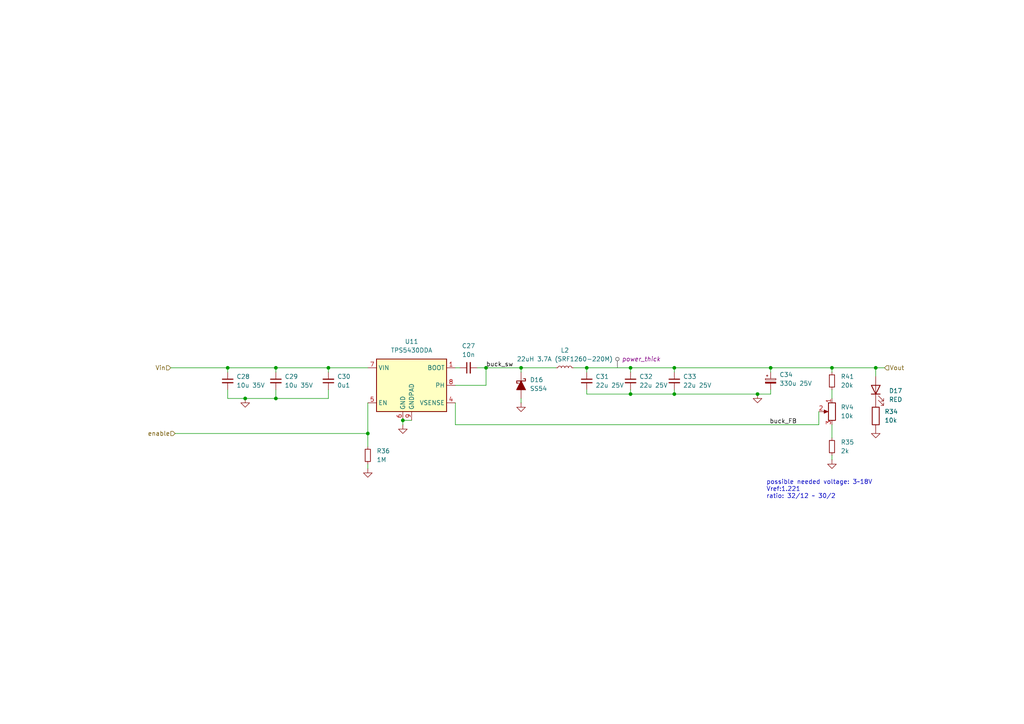
<source format=kicad_sch>
(kicad_sch (version 20231120) (generator "eeschema") (generator_version "8.0")
  (paper "A4")
  (title_block (title "HVB_LV1") (date "2024-10-25") (rev "1.0") (company "NTURacing") (comment 1 "Powertrain") (comment 2 "郭哲明 Jack Kuo"))
  (lib_symbols
    (symbol "Device:C_Polarized_Small" (pin_numbers hide) (pin_names (offset 0.254) hide)
      (property "Reference" "C" (at 0.254 1.778 0))
      (property "Value" "C_Polarized_Small" (at 0.254 -2.032 0))
      (symbol "C_Polarized_Small_0_1"
        (rectangle (start -1.524 -0.3048) (end 1.524 -0.6858) (fill (type outline)))
        (rectangle (start -1.524 0.6858) (end 1.524 0.3048))
        (polyline (pts (xy -1.27 1.524) (xy -0.762 1.524)))
        (polyline (pts (xy -1.016 1.27) (xy -1.016 1.778)))
      )
      (symbol "C_Polarized_Small_1_1"
        (pin passive line (at 0 2.54 270) (length 1.8542) (name "~") (number "1"))
        (pin passive line (at 0 -2.54 90) (length 1.8542) (name "~") (number "2"))
      )
    )
    (symbol "Device:C_Small" (pin_numbers hide) (pin_names (offset 0.254) hide)
      (property "Reference" "C" (at 0.254 1.778 0))
      (property "Value" "C_Small" (at 0.254 -2.032 0))
      (symbol "C_Small_0_1"
        (polyline (pts (xy -1.524 -0.508) (xy 1.524 -0.508)) (stroke (width 0.3302)))
        (polyline (pts (xy -1.524 0.508) (xy 1.524 0.508)) (stroke (width 0.3048)))
      )
      (symbol "C_Small_1_1"
        (pin passive line (at 0 2.54 270) (length 2.032) (name "~") (number "1"))
        (pin passive line (at 0 -2.54 90) (length 2.032) (name "~") (number "2"))
      )
    )
    (symbol "Device:LED" (pin_numbers hide) (pin_names (offset 1.016) hide)
      (property "Reference" "D" (at 0 2.54 0))
      (property "Value" "LED" (at 0 -2.54 0))
      (symbol "LED_0_1"
        (polyline (pts (xy -1.27 -1.27) (xy -1.27 1.27)) (stroke (width 0.254)))
        (polyline (pts (xy -1.27 0) (xy 1.27 0)))
        (polyline (pts (xy 1.27 -1.27) (xy 1.27 1.27) (xy -1.27 0) (xy 1.27 -1.27)) (stroke (width 0.254)))
        (polyline (pts (xy -3.048 -0.762) (xy -4.572 -2.286) (xy -3.81 -2.286) (xy -4.572 -2.286) (xy -4.572 -1.524)))
        (polyline (pts (xy -1.778 -0.762) (xy -3.302 -2.286) (xy -2.54 -2.286) (xy -3.302 -2.286) (xy -3.302 -1.524)))
      )
      (symbol "LED_1_1"
        (pin passive line (at -3.81 0 0) (length 2.54) (name "K") (number "1"))
        (pin passive line (at 3.81 0 180) (length 2.54) (name "A") (number "2"))
      )
    )
    (symbol "Device:L_Small" (pin_numbers hide) (pin_names (offset 0.254) hide)
      (property "Reference" "L" (at 0.762 1.016 0))
      (property "Value" "L_Small" (at 0.762 -1.016 0))
      (symbol "L_Small_0_1"
        (arc (start 0 -2.032) (mid 0.5058 -1.524) (end 0 -1.016))
        (arc (start 0 -1.016) (mid 0.5058 -0.508) (end 0 0))
        (arc (start 0 0) (mid 0.5058 0.508) (end 0 1.016))
        (arc (start 0 1.016) (mid 0.5058 1.524) (end 0 2.032))
      )
      (symbol "L_Small_1_1"
        (pin passive line (at 0 2.54 270) (length 0.508) (name "~") (number "1"))
        (pin passive line (at 0 -2.54 90) (length 0.508) (name "~") (number "2"))
      )
    )
    (symbol "Device:R" (pin_numbers hide) (pin_names (offset 0))
      (property "Reference" "R" (at 2.032 0 90))
      (property "Value" "R" (at 0 0 90))
      (symbol "R_0_1"
        (rectangle (start -1.016 -2.54) (end 1.016 2.54) (stroke (width 0.254)))
      )
      (symbol "R_1_1"
        (pin passive line (at 0 3.81 270) (length 1.27) (name "~") (number "1"))
        (pin passive line (at 0 -3.81 90) (length 1.27) (name "~") (number "2"))
      )
    )
    (symbol "Device:R_Potentiometer" (pin_names (offset 1.016) hide)
      (property "Reference" "RV" (at -4.445 0 90))
      (property "Value" "R_Potentiometer" (at -2.54 0 90))
      (symbol "R_Potentiometer_0_1"
        (polyline (pts (xy 2.54 0) (xy 1.524 0)))
        (polyline (pts (xy 1.143 0) (xy 2.286 0.508) (xy 2.286 -0.508) (xy 1.143 0)) (fill (type outline)))
        (rectangle (start 1.016 2.54) (end -1.016 -2.54) (stroke (width 0.254)))
      )
      (symbol "R_Potentiometer_1_1"
        (pin passive line (at 0 3.81 270) (length 1.27) (name "1") (number "1"))
        (pin passive line (at 3.81 0 180) (length 1.27) (name "2") (number "2"))
        (pin passive line (at 0 -3.81 90) (length 1.27) (name "3") (number "3"))
      )
    )
    (symbol "Device:R_Small" (pin_numbers hide) (pin_names (offset 0.254) hide)
      (property "Reference" "R" (at 0.762 0.508 0))
      (property "Value" "R_Small" (at 0.762 -1.016 0))
      (symbol "R_Small_0_1"
        (rectangle (start -0.762 1.778) (end 0.762 -1.778) (stroke (width 0.2032)))
      )
      (symbol "R_Small_1_1"
        (pin passive line (at 0 2.54 270) (length 0.762) (name "~") (number "1"))
        (pin passive line (at 0 -2.54 90) (length 0.762) (name "~") (number "2"))
      )
    )
    (symbol "PCM_Diode_Schottky_AKL:SS54" (pin_numbers hide) (pin_names (offset 1.016) hide)
      (property "Reference" "D" (at 0 5.08 0))
      (property "Value" "SS54" (at 0 2.54 0))
      (symbol "SS54_0_1"
        (polyline (pts (xy -1.27 0) (xy 1.27 0)))
        (polyline (pts (xy -1.27 -1.27) (xy -1.27 1.27) (xy 1.27 0) (xy -1.27 -1.27)) (stroke (width 0.254)) (fill (type outline)))
        (polyline (pts (xy 1.905 -0.762) (xy 1.905 -1.27) (xy 1.27 -1.27) (xy 1.27 1.27) (xy 0.635 1.27) (xy 0.635 0.762)) (stroke (width 0.254)))
      )
      (symbol "SS54_0_2"
        (polyline (pts (xy -2.54 -2.54) (xy 2.54 2.54)))
        (polyline (pts (xy 0 1.778) (xy 1.778 0)) (stroke (width 0.254)))
        (polyline (pts (xy 0 1.778) (xy -0.381 1.397) (xy 0 1.016)) (stroke (width 0.254)))
        (polyline (pts (xy 1.778 0) (xy 2.159 0.381) (xy 1.778 0.762)) (stroke (width 0.254)))
        (polyline (pts (xy -0.889 -0.889) (xy -1.778 0) (xy 0.889 0.889) (xy 0 -1.778) (xy -0.889 -0.889)) (stroke (width 0.254)) (fill (type outline)))
      )
      (symbol "SS54_1_1"
        (pin passive line (at 3.81 0 180) (length 2.54) (name "K") (number "1"))
        (pin passive line (at -3.81 0 0) (length 2.54) (name "A") (number "2"))
      )
      (symbol "SS54_1_2"
        (pin passive line (at 2.54 2.54 180) (length 0) (name "K") (number "1"))
        (pin passive line (at -2.54 -2.54 0) (length 0) (name "A") (number "2"))
      )
    )
    (symbol "Regulator_Switching:TPS5430DDA"
      (property "Reference" "U" (at -10.16 8.89 0))
      (property "Value" "TPS5430DDA" (at -1.27 8.89 0))
      (symbol "TPS5430DDA_0_1"
        (rectangle (start -10.16 7.62) (end 10.16 -7.62) (stroke (width 0.254)) (fill (type background)))
      )
      (symbol "TPS5430DDA_1_1"
        (pin input line (at 12.7 5.08 180) (length 2.54) (name "BOOT") (number "1"))
        (pin no_connect line (at -10.16 2.54 0) (length 2.54) hide (name "NC") (number "2"))
        (pin no_connect line (at -10.16 -2.54 0) (length 2.54) hide (name "NC") (number "3"))
        (pin input line (at 12.7 -5.08 180) (length 2.54) (name "VSENSE") (number "4"))
        (pin input line (at -12.7 -5.08 0) (length 2.54) (name "EN") (number "5"))
        (pin power_in line (at -2.54 -10.16 90) (length 2.54) (name "GND") (number "6"))
        (pin power_in line (at -12.7 5.08 0) (length 2.54) (name "VIN") (number "7"))
        (pin output line (at 12.7 0 180) (length 2.54) (name "PH") (number "8"))
        (pin power_in line (at 0 -10.16 90) (length 2.54) (name "GNDPAD") (number "9"))
      )
    )
    (symbol "power:GND" (power) (pin_numbers hide) (pin_names (offset 0) hide)
      (property "Value" "GND" (at 0 -3.81 0))
      (symbol "GND_0_1"
        (polyline (pts (xy 0 0) (xy 0 -1.27) (xy 1.27 -1.27) (xy 0 -2.54) (xy -1.27 -1.27) (xy 0 -1.27)))
      )
      (symbol "GND_1_1"
        (pin power_in line (at 0 0 270) (length 0) (name "~") (number "1"))
      )
    )
  )
  (junction (at 116.84 121.92))
  (junction (at 254 106.68))
  (junction (at 182.88 106.68))
  (junction (at 95.25 106.68))
  (junction (at 195.58 106.68))
  (junction (at 80.01 106.68))
  (junction (at 66.04 106.68))
  (junction (at 71.12 115.57))
  (junction (at 170.18 106.68))
  (junction (at 195.58 114.3))
  (junction (at 241.3 106.68))
  (junction (at 182.88 114.3))
  (junction (at 140.97 106.68))
  (junction (at 219.71 114.3))
  (junction (at 223.52 106.68))
  (junction (at 80.01 115.57))
  (junction (at 106.68 125.73))
  (junction (at 151.13 106.68))
  (wire (pts (xy 80.01 106.68) (xy 80.01 107.95)))
  (wire (pts (xy 95.25 113.03) (xy 95.25 115.57)))
  (wire (pts (xy 140.97 106.68) (xy 140.97 111.76)))
  (wire (pts (xy 132.08 123.19) (xy 132.08 116.84)))
  (wire (pts (xy 132.08 123.19) (xy 237.49 123.19)))
  (wire (pts (xy 138.43 106.68) (xy 140.97 106.68)))
  (wire (pts (xy 151.13 106.68) (xy 161.29 106.68)))
  (wire (pts (xy 195.58 107.95) (xy 195.58 106.68)))
  (wire (pts (xy 132.08 111.76) (xy 140.97 111.76)))
  (wire (pts (xy 241.3 113.03) (xy 241.3 115.57)))
  (wire (pts (xy 195.58 114.3) (xy 195.58 113.03)))
  (wire (pts (xy 182.88 114.3) (xy 182.88 113.03)))
  (wire (pts (xy 254 106.68) (xy 256.54 106.68)))
  (wire (pts (xy 116.84 123.19) (xy 116.84 121.92)))
  (wire (pts (xy 241.3 127) (xy 241.3 123.19)))
  (wire (pts (xy 132.08 106.68) (xy 133.35 106.68)))
  (wire (pts (xy 151.13 116.84) (xy 151.13 115.57)))
  (wire (pts (xy 116.84 121.92) (xy 119.38 121.92)))
  (wire (pts (xy 170.18 114.3) (xy 182.88 114.3)))
  (wire (pts (xy 95.25 115.57) (xy 80.01 115.57)))
  (wire (pts (xy 195.58 106.68) (xy 223.52 106.68)))
  (wire (pts (xy 195.58 114.3) (xy 219.71 114.3)))
  (wire (pts (xy 50.8 125.73) (xy 106.68 125.73)))
  (wire (pts (xy 182.88 106.68) (xy 195.58 106.68)))
  (wire (pts (xy 223.52 106.68) (xy 223.52 107.95)))
  (wire (pts (xy 223.52 113.03) (xy 223.52 114.3)))
  (wire (pts (xy 241.3 106.68) (xy 241.3 107.95)))
  (wire (pts (xy 223.52 114.3) (xy 219.71 114.3)))
  (wire (pts (xy 95.25 106.68) (xy 106.68 106.68)))
  (wire (pts (xy 170.18 114.3) (xy 170.18 113.03)))
  (wire (pts (xy 95.25 107.95) (xy 95.25 106.68)))
  (wire (pts (xy 49.53 106.68) (xy 66.04 106.68)))
  (wire (pts (xy 170.18 107.95) (xy 170.18 106.68)))
  (wire (pts (xy 66.04 115.57) (xy 71.12 115.57)))
  (wire (pts (xy 151.13 107.95) (xy 151.13 106.68)))
  (wire (pts (xy 80.01 115.57) (xy 80.01 113.03)))
  (wire (pts (xy 170.18 106.68) (xy 182.88 106.68)))
  (wire (pts (xy 66.04 106.68) (xy 66.04 107.95)))
  (wire (pts (xy 66.04 115.57) (xy 66.04 113.03)))
  (wire (pts (xy 166.37 106.68) (xy 170.18 106.68)))
  (wire (pts (xy 254 109.22) (xy 254 106.68)))
  (wire (pts (xy 106.68 116.84) (xy 106.68 125.73)))
  (wire (pts (xy 241.3 106.68) (xy 254 106.68)))
  (wire (pts (xy 140.97 106.68) (xy 151.13 106.68)))
  (wire (pts (xy 106.68 135.89) (xy 106.68 134.62)))
  (wire (pts (xy 71.12 115.57) (xy 80.01 115.57)))
  (wire (pts (xy 182.88 114.3) (xy 195.58 114.3)))
  (wire (pts (xy 237.49 119.38) (xy 237.49 123.19)))
  (wire (pts (xy 182.88 107.95) (xy 182.88 106.68)))
  (wire (pts (xy 106.68 129.54) (xy 106.68 125.73)))
  (wire (pts (xy 66.04 106.68) (xy 80.01 106.68)))
  (wire (pts (xy 241.3 133.35) (xy 241.3 132.08)))
  (wire (pts (xy 223.52 106.68) (xy 241.3 106.68)))
  (wire (pts (xy 80.01 106.68) (xy 95.25 106.68)))
  (text "possible needed voltage: 3~18V\nVref:1.221\nratio: 32/12 ~ 30/2" (at 222.25 139.192 0) (effects (font (size 1.27 1.27)) (justify left top)))
  (label "buck_FB" (at 231.14 123.19 180))
  (label "buck_sw" (at 140.97 106.68 0))
  (hierarchical_label "Vin" (shape input) (at 49.53 106.68 180))
  (hierarchical_label "Vout" (shape input) (at 256.54 106.68 0))
  (hierarchical_label "enable" (shape input) (at 50.8 125.73 180))
  (netclass_flag "" (length 2.54) (shape round) (at 179.07 106.68 0) (property "Netclass" "power_thick" (at 180.34 104.14 0) (effects (font (italic yes)) (justify left))))
  (symbol (lib_id "Device:LED") (at 254 113.03 90) (unit 1)
    (property "Reference" "D17" (at 257.81 113.3475 90) (effects (justify right)))
    (property "Value" "RED" (at 257.81 115.8875 90) (effects (justify right)))
    (property "Footprint" "LED_SMD:LED_0603_1608Metric" (effects (hide yes)))
    (property "Description" "Light emitting diode" (effects (hide yes)))
    (instances (project "HVB_LV1" (path "" (reference "D17") (unit 1)) (path "" (reference "D19") (unit 1)) (path "" (reference "D25") (unit 1)) (path "" (reference "D21") (unit 1))))
  )
  (symbol (lib_id "Device:C_Small") (at 135.89 106.68 90) (unit 1)
    (property "Reference" "C27" (at 135.8963 100.33 90))
    (property "Value" "10n" (at 135.8963 102.87 90))
    (property "Footprint" "Capacitor_SMD:C_0603_1608Metric" (effects (hide yes)))
    (property "Description" "Unpolarized capacitor, small symbol" (effects (hide yes)))
    (instances (project "HVB_LV1" (path "" (reference "C27") (unit 1)) (path "" (reference "C35") (unit 1)) (path "" (reference "C57") (unit 1)) (path "" (reference "C43") (unit 1))))
  )
  (symbol (lib_id "Device:R_Small") (at 106.68 132.08 0) (unit 1)
    (property "Reference" "R36" (at 109.22 130.81 0) (effects (justify left)))
    (property "Value" "1M" (at 109.22 133.35 0) (effects (justify left)))
    (property "Footprint" "Resistor_SMD:R_0603_1608Metric" (effects (hide yes)))
    (property "Description" "Resistor, small symbol" (effects (hide yes)))
    (instances (project "HVB_LV1" (path "" (reference "R36") (unit 1)) (path "" (reference "R40") (unit 1)) (path "" (reference "R52") (unit 1)) (path "" (reference "R44") (unit 1))))
  )
  (symbol (lib_id "power:GND") (at 254 124.46 0) (unit 1)
    (property "Reference" "#PWR0116" (effects (hide yes)))
    (property "Value" "GND" (effects (hide yes)))
    (property "Description" "Power symbol creates a global label with name \"GND\" , ground" (effects (hide yes)))
    (instances (project "HVB_LV1" (path "" (reference "#PWR0116") (unit 1)) (path "" (reference "#PWR0123") (unit 1)) (path "" (reference "#PWR0149") (unit 1)) (path "" (reference "#PWR0130") (unit 1))))
  )
  (symbol (lib_id "Device:C_Small") (at 66.04 110.49 0) (unit 1)
    (property "Reference" "C28" (at 68.58 109.2262 0) (effects (justify left)))
    (property "Value" "10u 35V" (at 68.58 111.7662 0) (effects (justify left)))
    (property "Footprint" "Capacitor_SMD:C_1206_3216Metric" (effects (hide yes)))
    (property "Description" "Unpolarized capacitor, small symbol" (effects (hide yes)))
    (instances (project "HVB_LV1" (path "" (reference "C28") (unit 1)) (path "" (reference "C36") (unit 1)) (path "" (reference "C58") (unit 1)) (path "" (reference "C44") (unit 1))))
  )
  (symbol (lib_id "Device:C_Small") (at 170.18 110.49 0) (unit 1)
    (property "Reference" "C31" (at 172.72 109.2262 0) (effects (justify left)))
    (property "Value" "22u 25V" (at 172.72 111.7662 0) (effects (justify left)))
    (property "Footprint" "Capacitor_SMD:C_1206_3216Metric" (effects (hide yes)))
    (property "Description" "Unpolarized capacitor, small symbol" (effects (hide yes)))
    (instances (project "HVB_LV1" (path "" (reference "C31") (unit 1)) (path "" (reference "C39") (unit 1)) (path "" (reference "C61") (unit 1)) (path "" (reference "C47") (unit 1))))
  )
  (symbol (lib_id "Device:C_Small") (at 80.01 110.49 0) (unit 1)
    (property "Reference" "C29" (at 82.55 109.2262 0) (effects (justify left)))
    (property "Value" "10u 35V" (at 82.55 111.7662 0) (effects (justify left)))
    (property "Footprint" "Capacitor_SMD:C_1206_3216Metric" (effects (hide yes)))
    (property "Description" "Unpolarized capacitor, small symbol" (effects (hide yes)))
    (instances (project "HVB_LV1" (path "" (reference "C29") (unit 1)) (path "" (reference "C37") (unit 1)) (path "" (reference "C59") (unit 1)) (path "" (reference "C45") (unit 1))))
  )
  (symbol (lib_id "Device:C_Small") (at 182.88 110.49 0) (unit 1)
    (property "Reference" "C32" (at 185.42 109.2262 0) (effects (justify left)))
    (property "Value" "22u 25V" (at 185.42 111.7662 0) (effects (justify left)))
    (property "Footprint" "Capacitor_SMD:C_1206_3216Metric" (effects (hide yes)))
    (property "Description" "Unpolarized capacitor, small symbol" (effects (hide yes)))
    (instances (project "HVB_LV1" (path "" (reference "C32") (unit 1)) (path "" (reference "C40") (unit 1)) (path "" (reference "C62") (unit 1)) (path "" (reference "C48") (unit 1))))
  )
  (symbol (lib_id "power:GND") (at 241.3 133.35 0) (unit 1)
    (property "Reference" "#PWR0117" (effects (hide yes)))
    (property "Value" "GND" (effects (hide yes)))
    (property "Description" "Power symbol creates a global label with name \"GND\" , ground" (effects (hide yes)))
    (instances (project "HVB_LV1" (path "" (reference "#PWR0117") (unit 1)) (path "" (reference "#PWR0124") (unit 1)) (path "" (reference "#PWR0150") (unit 1)) (path "" (reference "#PWR0131") (unit 1))))
  )
  (symbol (lib_id "power:GND") (at 106.68 135.89 0) (unit 1)
    (property "Reference" "#PWR0118" (effects (hide yes)))
    (property "Value" "GND" (effects (hide yes)))
    (property "Description" "Power symbol creates a global label with name \"GND\" , ground" (effects (hide yes)))
    (instances (project "HVB_LV1" (path "" (reference "#PWR0118") (unit 1)) (path "" (reference "#PWR0125") (unit 1)) (path "" (reference "#PWR0151") (unit 1)) (path "" (reference "#PWR0132") (unit 1))))
  )
  (symbol (lib_id "Device:R") (at 254 120.65 0) (unit 1)
    (property "Reference" "R34" (at 256.54 119.38 0) (effects (justify left)))
    (property "Value" "10k" (at 256.54 121.92 0) (effects (justify left)))
    (property "Footprint" "Resistor_SMD:R_0603_1608Metric" (effects (hide yes)))
    (property "Description" "Resistor" (effects (hide yes)))
    (instances (project "HVB_LV1" (path "" (reference "R34") (unit 1)) (path "" (reference "R38") (unit 1)) (path "" (reference "R50") (unit 1)) (path "" (reference "R42") (unit 1))))
  )
  (symbol (lib_id "power:GND") (at 71.12 115.57 0) (unit 1)
    (property "Reference" "#PWR0113" (effects (hide yes)))
    (property "Value" "GND" (effects (hide yes)))
    (property "Description" "Power symbol creates a global label with name \"GND\" , ground" (effects (hide yes)))
    (instances (project "HVB_LV1" (path "" (reference "#PWR0113") (unit 1)) (path "" (reference "#PWR0120") (unit 1)) (path "" (reference "#PWR0140") (unit 1)) (path "" (reference "#PWR0127") (unit 1))))
  )
  (symbol (lib_id "power:GND") (at 116.84 123.19 0) (unit 1)
    (property "Reference" "#PWR0115" (effects (hide yes)))
    (property "Value" "GND" (effects (hide yes)))
    (property "Description" "Power symbol creates a global label with name \"GND\" , ground" (effects (hide yes)))
    (instances (project "HVB_LV1" (path "" (reference "#PWR0115") (unit 1)) (path "" (reference "#PWR0122") (unit 1)) (path "" (reference "#PWR0148") (unit 1)) (path "" (reference "#PWR0129") (unit 1))))
  )
  (symbol (lib_id "power:GND") (at 219.71 114.3 0) (unit 1)
    (property "Reference" "#PWR0112" (effects (hide yes)))
    (property "Value" "GND" (effects (hide yes)))
    (property "Description" "Power symbol creates a global label with name \"GND\" , ground" (effects (hide yes)))
    (instances (project "HVB_LV1" (path "" (reference "#PWR0112") (unit 1)) (path "" (reference "#PWR0119") (unit 1)) (path "" (reference "#PWR0133") (unit 1)) (path "" (reference "#PWR0126") (unit 1))))
  )
  (symbol (lib_id "Device:R_Potentiometer") (at 241.3 119.38 0) (mirror y) (unit 1)
    (property "Reference" "RV4" (at 243.84 118.11 0) (effects (justify right)))
    (property "Value" "10k" (at 243.84 120.65 0) (effects (justify right)))
    (property "Footprint" "PCM_Potentiometer_THT_AKL:Potentiometer_Bourns_3266W_Vertical" (effects (hide yes)))
    (property "Description" "Potentiometer" (effects (hide yes)))
    (instances (project "HVB_LV1" (path "" (reference "RV4") (unit 1)) (path "" (reference "RV5") (unit 1)) (path "" (reference "RV9") (unit 1)) (path "" (reference "RV6") (unit 1))))
  )
  (symbol (lib_id "Device:C_Small") (at 95.25 110.49 180) (unit 1)
    (property "Reference" "C30" (at 97.79 109.2135 0) (effects (justify right)))
    (property "Value" "0u1" (at 97.79 111.7535 0) (effects (justify right)))
    (property "Footprint" "Capacitor_SMD:C_0603_1608Metric" (effects (hide yes)))
    (property "Description" "Unpolarized capacitor, small symbol" (effects (hide yes)))
    (instances (project "HVB_LV1" (path "" (reference "C30") (unit 1)) (path "" (reference "C38") (unit 1)) (path "" (reference "C60") (unit 1)) (path "" (reference "C46") (unit 1))))
  )
  (symbol (lib_id "Device:C_Polarized_Small") (at 223.52 110.49 0) (unit 1)
    (property "Reference" "C34" (at 226.06 108.6738 0) (effects (justify left)))
    (property "Value" "330u 25V" (at 226.06 111.2138 0) (effects (justify left)))
    (property "Footprint" "Capacitor_THT:CP_Radial_D8.0mm_P3.80mm" (effects (hide yes)))
    (property "Description" "Polarized capacitor, small symbol" (effects (hide yes)))
    (instances (project "HVB_LV1" (path "" (reference "C34") (unit 1)) (path "" (reference "C42") (unit 1)) (path "" (reference "C64") (unit 1)) (path "" (reference "C50") (unit 1))))
  )
  (symbol (lib_id "power:GND") (at 151.13 116.84 0) (unit 1)
    (property "Reference" "#PWR0114" (effects (hide yes)))
    (property "Value" "GND" (effects (hide yes)))
    (property "Description" "Power symbol creates a global label with name \"GND\" , ground" (effects (hide yes)))
    (instances (project "HVB_LV1" (path "" (reference "#PWR0114") (unit 1)) (path "" (reference "#PWR0121") (unit 1)) (path "" (reference "#PWR0147") (unit 1)) (path "" (reference "#PWR0128") (unit 1))))
  )
  (symbol (lib_id "PCM_Diode_Schottky_AKL:SS54") (at 151.13 111.76 90) (unit 1)
    (property "Reference" "D16" (at 153.67 110.1724 90) (effects (justify right)))
    (property "Value" "SS54" (at 153.67 112.7124 90) (effects (justify right)))
    (property "Footprint" "Diode_SMD:D_SMA" (effects (hide yes)))
    (property "Datasheet" "https://www.laro.com.pl/pdf/ss56.pdf" (effects (hide yes)))
    (property "Description" "SMC Schottky diode, 40V, 5A, Alternate KiCAD Library" (effects (hide yes)))
    (instances (project "HVB_LV1" (path "" (reference "D16") (unit 1)) (path "" (reference "D18") (unit 1)) (path "" (reference "D24") (unit 1)) (path "" (reference "D20") (unit 1))))
  )
  (symbol (lib_id "Device:R_Small") (at 241.3 129.54 0) (unit 1)
    (property "Reference" "R35" (at 243.84 128.27 0) (effects (justify left)))
    (property "Value" "2k" (at 243.84 130.81 0) (effects (justify left)))
    (property "Footprint" "Resistor_SMD:R_0603_1608Metric" (effects (hide yes)))
    (property "Description" "Resistor, small symbol" (effects (hide yes)))
    (instances (project "HVB_LV1" (path "" (reference "R35") (unit 1)) (path "" (reference "R39") (unit 1)) (path "" (reference "R51") (unit 1)) (path "" (reference "R43") (unit 1))))
  )
  (symbol (lib_id "Device:C_Small") (at 195.58 110.49 0) (unit 1)
    (property "Reference" "C33" (at 198.12 109.2262 0) (effects (justify left)))
    (property "Value" "22u 25V" (at 198.12 111.7662 0) (effects (justify left)))
    (property "Footprint" "Capacitor_SMD:C_1206_3216Metric" (effects (hide yes)))
    (property "Description" "Unpolarized capacitor, small symbol" (effects (hide yes)))
    (instances (project "HVB_LV1" (path "" (reference "C33") (unit 1)) (path "" (reference "C41") (unit 1)) (path "" (reference "C63") (unit 1)) (path "" (reference "C49") (unit 1))))
  )
  (symbol (lib_id "Regulator_Switching:TPS5430DDA") (at 119.38 111.76 0) (unit 1)
    (property "Reference" "U11" (at 119.38 99.06 0))
    (property "Value" "TPS5430DDA" (at 119.38 101.6 0))
    (property "Footprint" "Package_SO:TI_SO-PowerPAD-8_ThermalVias" (effects (hide yes)))
    (property "Datasheet" "http://www.ti.com/lit/ds/symlink/tps5430.pdf" (effects (hide yes)))
    (property "Description" "3A, Step Down Swift Converter, Adjustable Output Voltage, 5.5-36V Input Voltage, PowerSO-8" (effects (hide yes)))
    (instances (project "HVB_LV1" (path "" (reference "U11") (unit 1)) (path "" (reference "U12") (unit 1)) (path "" (reference "U16") (unit 1)) (path "" (reference "U13") (unit 1))))
  )
  (symbol (lib_id "Device:L_Small") (at 163.83 106.68 90) (unit 1)
    (property "Reference" "L2" (at 163.83 101.6 90))
    (property "Value" "22uH 3.7A (SRF1260-220M)" (at 163.83 104.14 90))
    (property "Footprint" "SamacSys_Parts:SRR1260A220M" (effects (hide yes)))
    (property "Description" "Inductor, small symbol" (effects (hide yes)))
    (instances (project "HVB_LV1" (path "" (reference "L2") (unit 1)) (path "" (reference "L3") (unit 1)) (path "" (reference "L5") (unit 1)) (path "" (reference "L4") (unit 1))))
  )
  (symbol (lib_id "Device:R_Small") (at 241.3 110.49 0) (unit 1)
    (property "Reference" "R41" (at 243.84 109.22 0) (effects (justify left)))
    (property "Value" "20k" (at 243.84 111.76 0) (effects (justify left)))
    (property "Footprint" "Resistor_SMD:R_0603_1608Metric" (effects (hide yes)))
    (property "Description" "Resistor, small symbol" (effects (hide yes)))
    (instances (project "" (path "" (reference "R41") (unit 1)) (path "" (reference "R37") (unit 1)) (path "" (reference "R49") (unit 1)) (path "" (reference "R33") (unit 1))))
  )
)
</source>
